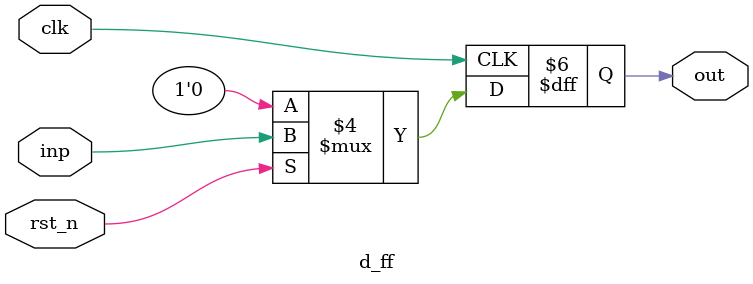
<source format=v>
module d_ff(
    clk, inp, out, rst_n
    );
    input clk, inp, rst_n;
    output reg out;
    always @ (posedge clk) begin
        if (~rst_n) begin
            out <= 0;
        end
        else begin
            out <= inp;
        end
    end
endmodule

</source>
